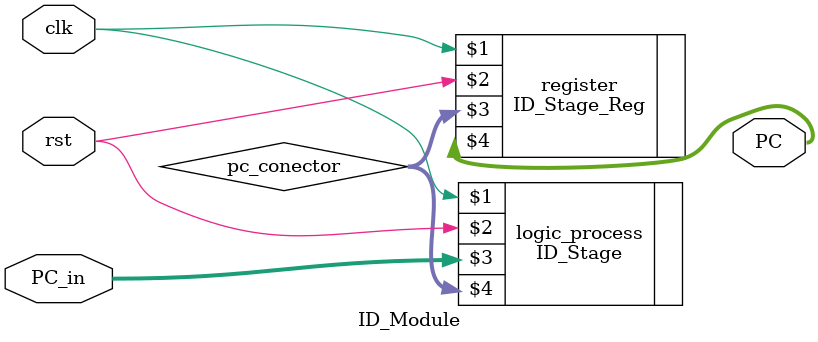
<source format=v>
module ID_Module(
    input clk, rst,
    input [31:0] PC_in,
    output [31:0] PC
);

    wire [31:0] pc_conector;
    ID_Stage logic_process(
        clk, rst, PC_in, pc_conector
    );
    ID_Stage_Reg register(
        clk, rst, pc_conector, PC 
    );

endmodule
</source>
